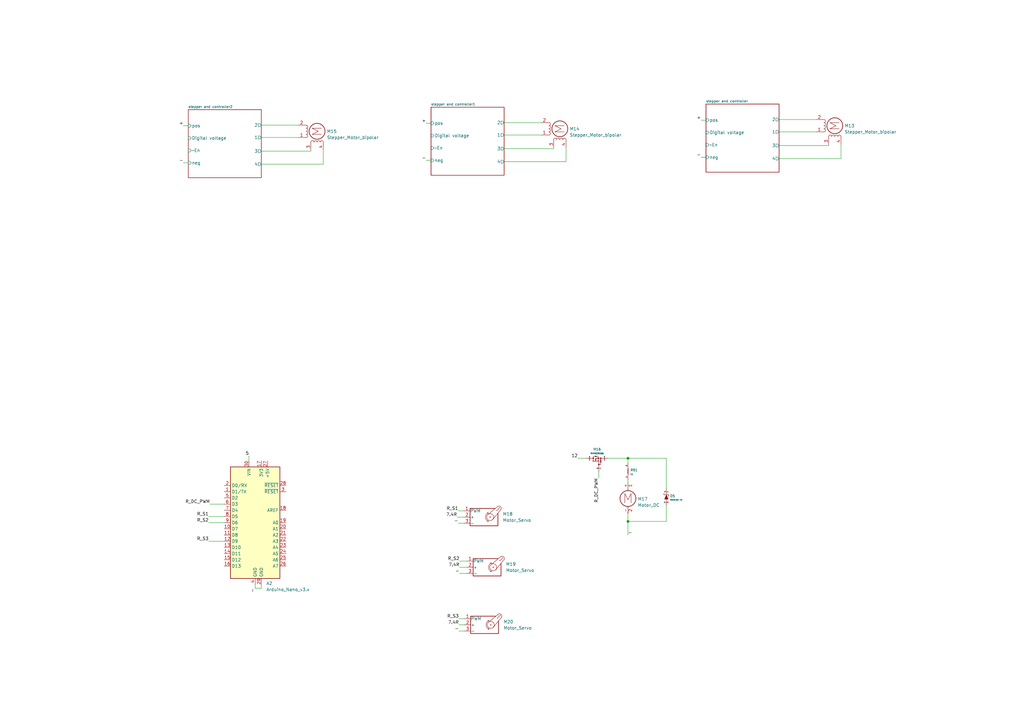
<source format=kicad_sch>
(kicad_sch (version 20211123) (generator eeschema)
  (paper "A3")
  (title_block (title "3D robot project - electronics") (rev "v0.9") (comment 1 "made by:") (comment 2 "AbdAlHaleem Bakkor Mustafa"))
  (lib_symbols
    (symbol "Diodes:RB161QS-40" (pin_names (offset 0))
      (property "Reference" "D" (at 0 2.286 0))
      (property "Value" "RB161QS-40" (at 0 -2.286 0))
      (symbol "RB161QS-40_0_1"
        (polyline (pts (xy 0.762 -0.762) (xy 0.762 0.762) (xy -1.016 0) (xy 0.762 -0.762)) (stroke (width 0.1)) (fill (type outline)))
        (polyline (pts (xy -1.524 -0.762) (xy -1.524 -1.016) (xy -1.016 -1.016) (xy -1.016 1.016) (xy -0.508 1.016) (xy -0.508 0.762)) (stroke (width 0.1524)))
      )
      (symbol "RB161QS-40_1_1"
        (pin unspecified line (at -3.556 0 0) (length 2.5) (name "N") (number "1"))
        (pin unspecified line (at 3.302 0 180) (length 2.5) (name "P") (number "2"))
      )
    )
    (symbol "E-MOSFETs:RHP020N06" (pin_names (offset 0))
      (property "Reference" "M" (at 2.286 1.016 0))
      (property "Value" "RHP020N06" (at 4.572 -0.762 0))
      (symbol "RHP020N06_0_1"
        (circle (center -2.54 -1.27) (radius 0.254) (stroke (width 0.01)) (fill (type outline)))
        (circle (center 0 -2.032) (radius 0.254) (stroke (width 0.01)) (fill (type outline)))
        (circle (center 0 -1.016) (radius 0.254) (stroke (width 0.01)) (fill (type outline)))
        (polyline (pts (xy -1.27 -1.27) (xy -2.54 -1.27)) (stroke (width 0.1524)))
        (polyline (pts (xy -1.27 -1.27) (xy -1.27 1.27)) (stroke (width 0.1524)))
        (polyline (pts (xy -1.016 -1.27) (xy -1.016 -0.762)) (stroke (width 0.1524)))
        (polyline (pts (xy -1.016 -0.254) (xy -1.016 0.254)) (stroke (width 0.1524)))
        (polyline (pts (xy -1.016 0.762) (xy -1.016 1.27)) (stroke (width 0.1524)))
        (polyline (pts (xy 0 -2.032) (xy -0.762 -2.032)) (stroke (width 0.1524)))
        (polyline (pts (xy 0 -2.032) (xy 0 -1.016)) (stroke (width 0.1524)))
        (polyline (pts (xy 0 1.016) (xy -1.016 1.016)) (stroke (width 0.1524)))
        (polyline (pts (xy 0.508 0.254) (xy 1.016 0.254)) (stroke (width 0.1524)))
        (polyline (pts (xy -1.524 -2.032) (xy -2.54 -2.032) (xy -2.54 -1.27)) (stroke (width 0.1524)))
        (polyline (pts (xy 0 -1.016) (xy 0.762 -1.016) (xy 0.762 -0.254)) (stroke (width 0.1524)))
        (polyline (pts (xy 0 1.016) (xy 0.762 1.016) (xy 0.762 0.254)) (stroke (width 0.1524)))
        (polyline (pts (xy -1.651 -2.286) (xy -1.143 -2.032) (xy -1.651 -1.778) (xy -1.651 -2.286)) (stroke (width 0.1)) (fill (type outline)))
        (polyline (pts (xy -1.016 -2.413) (xy -1.143 -2.286) (xy -1.143 -1.778) (xy -1.27 -1.651)) (stroke (width 0.1)))
        (polyline (pts (xy -1.016 0) (xy 0 0) (xy 0 -1.016) (xy -1.016 -1.016)) (stroke (width 0.1524)))
        (polyline (pts (xy -0.635 -1.778) (xy -1.143 -2.032) (xy -0.635 -2.286) (xy -0.635 -1.778)) (stroke (width 0.1)) (fill (type outline)))
        (polyline (pts (xy -0.254 0.254) (xy -0.762 0) (xy -0.254 -0.254) (xy -0.254 0.254)) (stroke (width 0.1)) (fill (type outline)))
        (polyline (pts (xy 1.016 -0.254) (xy 0.762 0.254) (xy 0.508 -0.254) (xy 1.016 -0.254)) (stroke (width 0.1)) (fill (type outline)))
        (circle (center 0 1.016) (radius 0.254) (stroke (width 0.01)) (fill (type outline)))
      )
      (symbol "RHP020N06_1_1"
        (pin unspecified line (at -5.588 -1.27 0) (length 3) (name "G") (number "1"))
        (pin unspecified line (at 0 4.064 270) (length 3) (name "D") (number "2"))
        (pin unspecified line (at 0 -5.08 90) (length 3) (name "S") (number "3"))
      )
    )
    (symbol "MCU_Module:Arduino_Nano_v3.x"
      (property "Reference" "A" (at -10.16 23.495 0))
      (property "Value" "Arduino_Nano_v3.x" (at 5.08 -24.13 0))
      (symbol "Arduino_Nano_v3.x_0_1"
        (rectangle (start -10.16 22.86) (end 10.16 -22.86) (stroke (width 0.254)) (fill (type background)))
      )
      (symbol "Arduino_Nano_v3.x_1_1"
        (pin bidirectional line (at -12.7 12.7 0) (length 2.54) (name "D1/TX") (number "1"))
        (pin bidirectional line (at -12.7 -2.54 0) (length 2.54) (name "D7") (number "10"))
        (pin bidirectional line (at -12.7 -5.08 0) (length 2.54) (name "D8") (number "11"))
        (pin bidirectional line (at -12.7 -7.62 0) (length 2.54) (name "D9") (number "12"))
        (pin bidirectional line (at -12.7 -10.16 0) (length 2.54) (name "D10") (number "13"))
        (pin bidirectional line (at -12.7 -12.7 0) (length 2.54) (name "D11") (number "14"))
        (pin bidirectional line (at -12.7 -15.24 0) (length 2.54) (name "D12") (number "15"))
        (pin bidirectional line (at -12.7 -17.78 0) (length 2.54) (name "D13") (number "16"))
        (pin power_out line (at 2.54 25.4 270) (length 2.54) (name "3V3") (number "17"))
        (pin input line (at 12.7 5.08 180) (length 2.54) (name "AREF") (number "18"))
        (pin bidirectional line (at 12.7 0 180) (length 2.54) (name "A0") (number "19"))
        (pin bidirectional line (at -12.7 15.24 0) (length 2.54) (name "D0/RX") (number "2"))
        (pin bidirectional line (at 12.7 -2.54 180) (length 2.54) (name "A1") (number "20"))
        (pin bidirectional line (at 12.7 -5.08 180) (length 2.54) (name "A2") (number "21"))
        (pin bidirectional line (at 12.7 -7.62 180) (length 2.54) (name "A3") (number "22"))
        (pin bidirectional line (at 12.7 -10.16 180) (length 2.54) (name "A4") (number "23"))
        (pin bidirectional line (at 12.7 -12.7 180) (length 2.54) (name "A5") (number "24"))
        (pin bidirectional line (at 12.7 -15.24 180) (length 2.54) (name "A6") (number "25"))
        (pin bidirectional line (at 12.7 -17.78 180) (length 2.54) (name "A7") (number "26"))
        (pin power_out line (at 5.08 25.4 270) (length 2.54) (name "+5V") (number "27"))
        (pin input line (at 12.7 15.24 180) (length 2.54) (name "~{RESET}") (number "28"))
        (pin power_in line (at 2.54 -25.4 90) (length 2.54) (name "GND") (number "29"))
        (pin input line (at 12.7 12.7 180) (length 2.54) (name "~{RESET}") (number "3"))
        (pin power_in line (at -2.54 25.4 270) (length 2.54) (name "VIN") (number "30"))
        (pin power_in line (at 0 -25.4 90) (length 2.54) (name "GND") (number "4"))
        (pin bidirectional line (at -12.7 10.16 0) (length 2.54) (name "D2") (number "5"))
        (pin bidirectional line (at -12.7 7.62 0) (length 2.54) (name "D3") (number "6"))
        (pin bidirectional line (at -12.7 5.08 0) (length 2.54) (name "D4") (number "7"))
        (pin bidirectional line (at -12.7 2.54 0) (length 2.54) (name "D5") (number "8"))
        (pin bidirectional line (at -12.7 0 0) (length 2.54) (name "D6") (number "9"))
      )
    )
    (symbol "Motor:Motor_DC" (pin_names (offset 0))
      (property "Reference" "M" (at 2.54 2.54 0))
      (property "Value" "Motor_DC" (at 2.54 -5.08 0))
      (symbol "Motor_DC_0_0"
        (polyline (pts (xy -1.27 -3.302) (xy -1.27 0.508) (xy 0 -2.032) (xy 1.27 0.508) (xy 1.27 -3.302)))
      )
      (symbol "Motor_DC_0_1"
        (circle (center 0 -1.524) (radius 3.2512) (stroke (width 0.254)))
        (polyline (pts (xy 0 -7.62) (xy 0 -7.112)))
        (polyline (pts (xy 0 -4.7752) (xy 0 -5.1816)))
        (polyline (pts (xy 0 1.7272) (xy 0 2.0828)))
        (polyline (pts (xy 0 2.032) (xy 0 2.54)))
      )
      (symbol "Motor_DC_1_1"
        (pin passive line (at 0 5.08 270) (length 2.54) (name "+") (number "1"))
        (pin passive line (at 0 -7.62 90) (length 2.54) (name "-") (number "2"))
      )
    )
    (symbol "Motor:Motor_Servo" (pin_names (offset 0.0254))
      (property "Reference" "M" (at -5.08 4.445 0))
      (property "Value" "Motor_Servo" (at -5.08 -4.064 0))
      (symbol "Motor_Servo_0_1"
        (polyline (pts (xy 2.413 -1.778) (xy 2.032 -1.778)))
        (polyline (pts (xy 2.413 -1.778) (xy 2.286 -1.397)))
        (polyline (pts (xy 2.413 1.778) (xy 1.905 1.778)))
        (polyline (pts (xy 2.413 1.778) (xy 2.286 1.397)))
        (polyline (pts (xy 6.35 4.445) (xy 2.54 1.27)))
        (polyline (pts (xy 7.62 3.175) (xy 4.191 -1.016)))
        (polyline (pts (xy 5.08 3.556) (xy -5.08 3.556) (xy -5.08 -3.556) (xy 6.35 -3.556) (xy 6.35 1.524)) (stroke (width 0.254)))
        (arc (start 2.413 1.778) (mid 1.2406 0) (end 2.413 -1.778))
        (circle (center 3.175 0) (radius 0.1778))
        (circle (center 3.175 0) (radius 1.4224))
        (circle (center 5.969 2.794) (radius 0.127))
        (circle (center 6.477 3.302) (radius 0.127))
        (circle (center 6.985 3.81) (radius 0.127))
        (arc (start 7.62 3.175) (mid 7.4485 4.2735) (end 6.35 4.445))
      )
      (symbol "Motor_Servo_1_1"
        (pin passive line (at -7.62 2.54 0) (length 2.54) (name "PWM") (number "1"))
        (pin passive line (at -7.62 0 0) (length 2.54) (name "+") (number "2"))
        (pin passive line (at -7.62 -2.54 0) (length 2.54) (name "-") (number "3"))
      )
    )
    (symbol "Motor:Stepper_Motor_bipolar" (pin_names (offset 0) hide)
      (property "Reference" "M" (at 3.81 2.54 0))
      (property "Value" "Stepper_Motor_bipolar" (at 3.81 1.27 0))
      (symbol "Stepper_Motor_bipolar_0_0"
        (polyline (pts (xy -1.27 -1.778) (xy -1.27 2.032) (xy 0 -0.508) (xy 1.27 2.032) (xy 1.27 -1.778)))
      )
      (symbol "Stepper_Motor_bipolar_0_1"
        (arc (start -4.445 -2.54) (mid -3.81 -1.905) (end -4.445 -1.27))
        (arc (start -4.445 -1.27) (mid -3.81 -0.635) (end -4.445 0))
        (arc (start -4.445 0) (mid -3.81 0.635) (end -4.445 1.27))
        (arc (start -4.445 1.27) (mid -3.81 1.905) (end -4.445 2.54))
        (arc (start -2.54 4.445) (mid -1.905 3.81) (end -1.27 4.445))
        (arc (start -1.27 4.445) (mid -0.635 3.81) (end 0 4.445))
        (polyline (pts (xy -5.08 -2.54) (xy -4.445 -2.54)))
        (polyline (pts (xy -5.08 2.54) (xy -4.445 2.54)))
        (polyline (pts (xy -2.54 5.08) (xy -2.54 4.445)))
        (polyline (pts (xy 2.54 5.08) (xy 2.54 4.445)))
        (circle (center 0 0) (radius 3.2512) (stroke (width 0.254)))
        (arc (start 0 4.445) (mid 0.635 3.81) (end 1.27 4.445))
        (arc (start 1.27 4.445) (mid 1.905 3.81) (end 2.54 4.445))
      )
      (symbol "Stepper_Motor_bipolar_1_1"
        (pin passive line (at -2.54 7.62 270) (length 2.54) (name "~") (number "1"))
        (pin passive line (at 2.54 7.62 270) (length 2.54) (name "-") (number "2"))
        (pin passive line (at -7.62 2.54 0) (length 2.54) (name "~") (number "3"))
        (pin passive line (at -7.62 -2.54 0) (length 2.54) (name "~") (number "4"))
      )
    )
    (symbol "Resistors:MCR03EZPFX" (pin_names (offset 0))
      (property "Reference" "R" (at 0 1.778 0))
      (property "Value" "MCR03EZPFX" (at 0 -2.032 0))
      (symbol "MCR03EZPFX_0_1"
        (polyline (pts (xy -1.27 0) (xy -1.016 -0.254) (xy -0.762 0.254) (xy -0.508 -0.254) (xy -0.254 0.254) (xy 0 -0.254) (xy 0.254 0.254) (xy 0.508 -0.254) (xy 0.762 0.254) (xy 1.016 -0.254) (xy 1.27 0)) (stroke (width 0.1524)))
      )
      (symbol "MCR03EZPFX_1_1"
        (pin passive line (at -3.302 0 0) (length 2) (name "") (number "1"))
        (pin passive line (at 3.302 0 180) (length 2) (name "") (number "2"))
      )
    )
  )
  (junction (at 257.556 213.868))
  (junction (at 257.556 187.96))
  (wire (pts (xy 273.304 207.264) (xy 273.304 213.868)))
  (wire (pts (xy 339.852 59.69) (xy 339.852 59.182)))
  (wire (pts (xy 273.304 187.96) (xy 257.556 187.96)))
  (wire (pts (xy 75.184 66.802) (xy 77.216 66.802)))
  (wire (pts (xy 104.648 241.3) (xy 104.648 239.776)))
  (wire (pts (xy 85.598 214.376) (xy 91.948 214.376)))
  (wire (pts (xy 319.532 49.022) (xy 334.772 49.022)))
  (wire (pts (xy 257.556 196.596) (xy 257.556 197.866)))
  (wire (pts (xy 344.932 65.024) (xy 344.932 59.182)))
  (wire (pts (xy 174.752 50.546) (xy 176.784 50.546)))
  (wire (pts (xy 107.188 241.3) (xy 104.648 241.3)))
  (wire (pts (xy 257.556 187.96) (xy 257.556 189.992)))
  (wire (pts (xy 206.756 55.372) (xy 221.996 55.372)))
  (wire (pts (xy 127.508 61.976) (xy 127.508 61.468)))
  (wire (pts (xy 107.188 56.388) (xy 122.428 56.388)))
  (wire (pts (xy 319.532 59.69) (xy 339.852 59.69)))
  (wire (pts (xy 206.756 66.294) (xy 232.156 66.294)))
  (wire (pts (xy 188.468 230.124) (xy 191.516 230.124)))
  (wire (pts (xy 85.598 221.996) (xy 91.948 221.996)))
  (wire (pts (xy 187.452 212.09) (xy 190.246 212.09)))
  (wire (pts (xy 188.214 256.286) (xy 190.5 256.286)))
  (wire (pts (xy 273.304 187.96) (xy 273.304 200.406)))
  (wire (pts (xy 257.556 210.566) (xy 257.556 213.868)))
  (wire (pts (xy 187.96 209.55) (xy 190.246 209.55)))
  (wire (pts (xy 107.188 51.308) (xy 122.428 51.308)))
  (wire (pts (xy 187.96 214.63) (xy 190.246 214.63)))
  (wire (pts (xy 319.532 65.024) (xy 344.932 65.024)))
  (wire (pts (xy 232.156 66.294) (xy 232.156 60.452)))
  (wire (pts (xy 257.556 213.868) (xy 257.556 219.456)))
  (wire (pts (xy 188.214 253.746) (xy 190.5 253.746)))
  (wire (pts (xy 227.076 60.96) (xy 227.076 60.452)))
  (wire (pts (xy 107.188 239.776) (xy 107.188 241.3)))
  (wire (pts (xy 188.214 258.826) (xy 190.5 258.826)))
  (wire (pts (xy 107.188 67.31) (xy 132.588 67.31)))
  (wire (pts (xy 85.598 211.836) (xy 91.948 211.836)))
  (wire (pts (xy 188.468 232.664) (xy 191.516 232.664)))
  (wire (pts (xy 75.184 51.562) (xy 77.216 51.562)))
  (wire (pts (xy 107.188 61.976) (xy 127.508 61.976)))
  (wire (pts (xy 102.108 186.944) (xy 102.108 188.976)))
  (wire (pts (xy 236.982 187.96) (xy 240.284 187.96)))
  (wire (pts (xy 188.468 235.204) (xy 191.516 235.204)))
  (wire (pts (xy 206.756 50.292) (xy 221.996 50.292)))
  (wire (pts (xy 132.588 67.31) (xy 132.588 61.468)))
  (wire (pts (xy 319.532 54.102) (xy 334.772 54.102)))
  (wire (pts (xy 174.752 65.786) (xy 176.784 65.786)))
  (wire (pts (xy 287.528 64.516) (xy 289.56 64.516)))
  (wire (pts (xy 86.106 206.756) (xy 91.948 206.756)))
  (wire (pts (xy 206.756 60.96) (xy 227.076 60.96)))
  (wire (pts (xy 257.556 213.868) (xy 273.304 213.868)))
  (wire (pts (xy 287.528 49.276) (xy 289.56 49.276)))
  (wire (pts (xy 245.618 193.548) (xy 245.618 196.088)))
  (wire (pts (xy 249.428 187.96) (xy 257.556 187.96)))
  (label "-" (at 188.214 258.826 180))
  (label "R_DC_PWM" (at 245.618 196.088 270))
  (label "R_S1" (at 187.96 209.55 180))
  (label "-" (at 75.184 66.802 180))
  (label "R_S2" (at 188.468 230.124 180))
  (label "R_S3" (at 85.598 221.996 180))
  (label "R_S1" (at 85.598 211.836 180))
  (label "-" (at 257.556 219.456 0))
  (label "+" (at 174.752 50.546 180))
  (label "7.4R" (at 188.468 232.664 180))
  (label "-" (at 188.468 235.204 180))
  (label "-" (at 187.96 214.63 180))
  (label "R_S2" (at 85.598 214.376 180))
  (label "12" (at 236.982 187.96 180))
  (label "5" (at 102.108 186.944 180))
  (label "7.4R" (at 187.452 212.09 180))
  (label "-" (at 104.648 241.3 270))
  (label "-" (at 174.752 65.786 180))
  (label "+" (at 75.184 51.562 180))
  (label "R_S3" (at 188.214 253.746 180))
  (label "R_DC_PWM" (at 86.106 206.756 180))
  (label "+" (at 287.528 49.276 180))
  (label "-" (at 287.528 64.516 180))
  (label "7.4R" (at 188.214 256.286 180))
  (symbol (lib_id "E-MOSFETs:RHP020N06") (at 244.348 187.96 90) (unit 1)
    (property "Reference" "M16" (at 244.9064 184.2844 90) (effects (font (size 1 1))))
    (property "Value" "RHP020N06" (at 244.9064 185.9765 90) (effects (font (size 0.6 0.6))))
    (property "Footprint" "E-MOSFETs:RHP020N06T100" (effects hide))
    (property "Datasheet" "https://fscdn.rohm.com/en/products/databook/datasheet/discrete/transistor/mosfet/rhp020n06.pdf" (effects hide))
    (property "Spice_Primitive" "X" (effects hide))
    (property "Spice_Model" "RHP020N06" (effects hide))
    (property "Spice_Netlist_Enabled" "Y" (effects hide))
    (property "Spice_Lib_File" "/home/abode/data/work/circuits_design/ngspice/vendors/E-MOSFETs.lib" (effects hide))
  )
  (symbol (lib_id "MCU_Module:Arduino_Nano_v3.x") (at 104.648 214.376 0) (unit 1)
    (property "Reference" "A2" (at 109.2074 239.2664 0) (effects (justify left)))
    (property "Value" "Arduino_Nano_v3.x" (at 109.2074 241.8033 0) (effects (justify left)))
    (property "Footprint" "Module:Arduino_Nano" (effects hide))
    (property "Datasheet" "http://www.mouser.com/pdfdocs/Gravitech_Arduino_Nano3_0.pdf" (effects hide))
  )
  (symbol (lib_id "Resistors:MCR03EZPFX") (at 257.556 193.294 90) (unit 1)
    (property "Reference" "R91" (at 258.5212 192.8327 90) (effects (font (size 1 1)) (justify right)))
    (property "Value" "11" (at 258.5212 194.5248 90) (effects (font (size 0.6 0.6)) (justify right)))
    (property "Footprint" "Resistors:MCR03EZPFX" (effects hide))
    (property "Datasheet" "https://fscdn.rohm.com/en/products/databook/datasheet/passive/resistor/chip_resistor/mcr-e.pdf" (effects hide))
  )
  (symbol (lib_id "Motor:Stepper_Motor_bipolar") (at 342.392 51.562 90) (unit 1)
    (property "Reference" "M13" (at 346.4052 51.5782 90) (effects (justify right)))
    (property "Value" "Stepper_Motor_bipolar" (at 346.4052 54.1151 90) (effects (justify right)))
    (property "Footprint" "Connectors:1-350944-0" (effects hide))
    (property "Datasheet" "http://www.infineon.com/dgdl/Application-Note-TLE8110EE_driving_UniPolarStepperMotor_V1.1.pdf?fileId=db3a30431be39b97011be5d0aa0a00b0" (effects hide))
  )
  (symbol (lib_id "Motor:Stepper_Motor_bipolar") (at 130.048 53.848 90) (unit 1)
    (property "Reference" "M15" (at 134.0612 53.8642 90) (effects (justify right)))
    (property "Value" "Stepper_Motor_bipolar" (at 134.0612 56.4011 90) (effects (justify right)))
    (property "Footprint" "Connectors:1-350944-0" (effects hide))
    (property "Datasheet" "http://www.infineon.com/dgdl/Application-Note-TLE8110EE_driving_UniPolarStepperMotor_V1.1.pdf?fileId=db3a30431be39b97011be5d0aa0a00b0" (effects hide))
  )
  (symbol (lib_id "Diodes:RB161QS-40") (at 273.304 203.962 270) (unit 1)
    (property "Reference" "D5" (at 274.7772 203.4193 90) (effects (font (size 1 1)) (justify left)))
    (property "Value" "RB161QS-40" (at 274.7772 205.0215 90) (effects (font (size 0.5 0.5)) (justify left)))
    (property "Footprint" "Diodes:RB161QS-40T18R" (effects hide))
    (property "Datasheet" "https://fscdn.rohm.com/en/products/databook/datasheet/discrete/diode/schottky_barrier/rb161qs-40-e.pdf" (effects hide))
    (property "Spice_Primitive" "D" (effects hide))
    (property "Spice_Model" "RB161QS-40" (effects hide))
    (property "Spice_Netlist_Enabled" "Y" (effects hide))
    (property "Spice_Node_Sequence" "2 1" (effects hide))
    (property "Spice_Lib_File" "/home/abode/data/work/circuits_design/ngspice/vendors/Diodes.lib" (effects hide))
  )
  (symbol (lib_id "Motor:Stepper_Motor_bipolar") (at 229.616 52.832 90) (unit 1)
    (property "Reference" "M14" (at 233.6292 52.8482 90) (effects (justify right)))
    (property "Value" "Stepper_Motor_bipolar" (at 233.6292 55.3851 90) (effects (justify right)))
    (property "Footprint" "Connectors:1-350944-0" (effects hide))
    (property "Datasheet" "http://www.infineon.com/dgdl/Application-Note-TLE8110EE_driving_UniPolarStepperMotor_V1.1.pdf?fileId=db3a30431be39b97011be5d0aa0a00b0" (effects hide))
  )
  (symbol (lib_id "Motor:Motor_Servo") (at 197.866 212.09 0) (unit 1)
    (property "Reference" "M18" (at 206.2258 210.8219 0) (effects (justify left)))
    (property "Value" "Motor_Servo" (at 206.2258 213.3588 0) (effects (justify left)))
    (property "Datasheet" "http://forums.parallax.com/uploads/attachments/46831/74481.png" (effects hide))
  )
  (symbol (lib_id "Motor:Motor_DC") (at 257.556 202.946 0) (unit 1)
    (property "Reference" "M17" (at 261.5692 204.6513 0) (effects (justify left)))
    (property "Value" "Motor_DC" (at 261.5692 207.1882 0) (effects (justify left)))
  )
  (symbol (lib_id "Motor:Motor_Servo") (at 199.136 232.664 0) (unit 1)
    (property "Reference" "M19" (at 207.4958 231.3959 0) (effects (justify left)))
    (property "Value" "Motor_Servo" (at 207.4958 233.9328 0) (effects (justify left)))
    (property "Datasheet" "http://forums.parallax.com/uploads/attachments/46831/74481.png" (effects hide))
  )
  (symbol (lib_id "Motor:Motor_Servo") (at 198.12 256.286 0) (unit 1)
    (property "Reference" "M20" (at 206.4798 255.0179 0) (effects (justify left)))
    (property "Value" "Motor_Servo" (at 206.4798 257.5548 0) (effects (justify left)))
    (property "Datasheet" "http://forums.parallax.com/uploads/attachments/46831/74481.png" (effects hide))
  )
  (sheet (at 77.216 44.958) (size 29.972 27.94) (stroke (width 0.1524))
    (property "Sheet name" "stepper and controller2" (at 77.216 44.3814 0) (effects (font (size 1 1)) (justify left bottom)))
    (property "Sheet file" "stepper and controller.kicad_sch" (effects hide))
    (pin "neg" input (at 77.216 66.802 180))
    (pin "pos" input (at 77.216 51.562 180))
    (pin "Digital voltage" input (at 77.216 56.642 180))
    (pin "~En" input (at 77.216 61.722 180))
    (pin "2" output (at 107.188 51.308 0))
    (pin "1" output (at 107.188 56.388 0))
    (pin "3" output (at 107.188 61.976 0))
    (pin "4" output (at 107.188 67.31 0))
  )
  (sheet (at 289.56 42.672) (size 29.972 27.94) (stroke (width 0.1524))
    (property "Sheet name" "stepper and controller" (at 289.56 42.0954 0) (effects (font (size 1 1)) (justify left bottom)))
    (property "Sheet file" "stepper and controller.kicad_sch" (effects hide))
    (pin "neg" input (at 289.56 64.516 180))
    (pin "pos" input (at 289.56 49.276 180))
    (pin "Digital voltage" input (at 289.56 54.356 180))
    (pin "~En" input (at 289.56 59.436 180))
    (pin "2" output (at 319.532 49.022 0))
    (pin "1" output (at 319.532 54.102 0))
    (pin "3" output (at 319.532 59.69 0))
    (pin "4" output (at 319.532 65.024 0))
  )
  (sheet (at 176.784 43.942) (size 29.972 27.94) (stroke (width 0.1524))
    (property "Sheet name" "stepper and controller1" (at 176.784 43.3654 0) (effects (font (size 1 1)) (justify left bottom)))
    (property "Sheet file" "stepper and controller.kicad_sch" (effects hide))
    (pin "neg" input (at 176.784 65.786 180))
    (pin "pos" input (at 176.784 50.546 180))
    (pin "Digital voltage" input (at 176.784 55.626 180))
    (pin "~En" input (at 176.784 60.706 180))
    (pin "2" output (at 206.756 50.292 0))
    (pin "1" output (at 206.756 55.372 0))
    (pin "3" output (at 206.756 60.96 0))
    (pin "4" output (at 206.756 66.294 0))
  )
)
</source>
